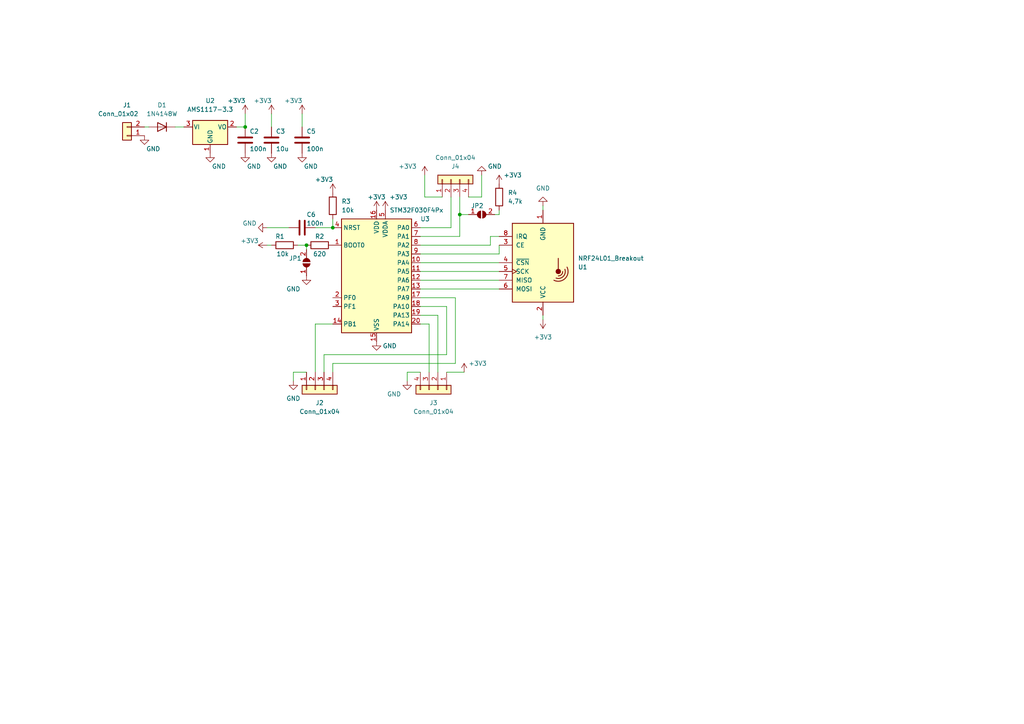
<source format=kicad_sch>
(kicad_sch (version 20211123) (generator eeschema)
  (paper "A4")
  (lib_symbols
    (symbol "Connector_Generic:Conn_01x02" (pin_names (offset 1.016) hide)
      (property "Reference" "J" (at 0 2.54 0))
      (property "Value" "Conn_01x02" (at 0 -5.08 0))
      (symbol "Conn_01x02_1_1"
        (rectangle (start -1.27 -2.413) (end 0 -2.667) (stroke (width 0.1524)))
        (rectangle (start -1.27 0.127) (end 0 -0.127) (stroke (width 0.1524)))
        (rectangle (start -1.27 1.27) (end 1.27 -3.81) (stroke (width 0.254)) (fill (type background)))
        (pin passive line (at -5.08 0 0) (length 3.81) (name "Pin_1") (number "1"))
        (pin passive line (at -5.08 -2.54 0) (length 3.81) (name "Pin_2") (number "2"))
      )
    )
    (symbol "Connector_Generic:Conn_01x04" (pin_names (offset 1.016) hide)
      (property "Reference" "J" (at 0 5.08 0))
      (property "Value" "Conn_01x04" (at 0 -7.62 0))
      (symbol "Conn_01x04_1_1"
        (rectangle (start -1.27 -4.953) (end 0 -5.207) (stroke (width 0.1524)))
        (rectangle (start -1.27 -2.413) (end 0 -2.667) (stroke (width 0.1524)))
        (rectangle (start -1.27 0.127) (end 0 -0.127) (stroke (width 0.1524)))
        (rectangle (start -1.27 2.667) (end 0 2.413) (stroke (width 0.1524)))
        (rectangle (start -1.27 3.81) (end 1.27 -6.35) (stroke (width 0.254)) (fill (type background)))
        (pin passive line (at -5.08 2.54 0) (length 3.81) (name "Pin_1") (number "1"))
        (pin passive line (at -5.08 0 0) (length 3.81) (name "Pin_2") (number "2"))
        (pin passive line (at -5.08 -2.54 0) (length 3.81) (name "Pin_3") (number "3"))
        (pin passive line (at -5.08 -5.08 0) (length 3.81) (name "Pin_4") (number "4"))
      )
    )
    (symbol "Device:C" (pin_numbers hide) (pin_names (offset 0.254))
      (property "Reference" "C" (at 0.635 2.54 0))
      (property "Value" "C" (at 0.635 -2.54 0))
      (symbol "C_0_1"
        (polyline (pts (xy -2.032 -0.762) (xy 2.032 -0.762)) (stroke (width 0.508)))
        (polyline (pts (xy -2.032 0.762) (xy 2.032 0.762)) (stroke (width 0.508)))
      )
      (symbol "C_1_1"
        (pin passive line (at 0 3.81 270) (length 2.794) (name "~") (number "1"))
        (pin passive line (at 0 -3.81 90) (length 2.794) (name "~") (number "2"))
      )
    )
    (symbol "Device:R" (pin_numbers hide) (pin_names (offset 0))
      (property "Reference" "R" (at 2.032 0 90))
      (property "Value" "R" (at 0 0 90))
      (symbol "R_0_1"
        (rectangle (start -1.016 -2.54) (end 1.016 2.54) (stroke (width 0.254)))
      )
      (symbol "R_1_1"
        (pin passive line (at 0 3.81 270) (length 1.27) (name "~") (number "1"))
        (pin passive line (at 0 -3.81 90) (length 1.27) (name "~") (number "2"))
      )
    )
    (symbol "Diode:1N4148W" (pin_numbers hide) (pin_names (offset 1.016) hide)
      (property "Reference" "D" (at 0 2.54 0))
      (property "Value" "1N4148W" (at 0 -2.54 0))
      (symbol "1N4148W_0_1"
        (polyline (pts (xy -1.27 1.27) (xy -1.27 -1.27)) (stroke (width 0.254)))
        (polyline (pts (xy 1.27 0) (xy -1.27 0)))
        (polyline (pts (xy 1.27 1.27) (xy 1.27 -1.27) (xy -1.27 0) (xy 1.27 1.27)) (stroke (width 0.254)))
      )
      (symbol "1N4148W_1_1"
        (pin passive line (at -3.81 0 0) (length 2.54) (name "K") (number "1"))
        (pin passive line (at 3.81 0 180) (length 2.54) (name "A") (number "2"))
      )
    )
    (symbol "Jumper:SolderJumper_2_Open" (pin_names (offset 0) hide)
      (property "Reference" "JP" (at 0 2.032 0))
      (property "Value" "SolderJumper_2_Open" (at 0 -2.54 0))
      (symbol "SolderJumper_2_Open_0_1"
        (arc (start -0.254 1.016) (mid -1.27 0) (end -0.254 -1.016))
        (arc (start -0.254 1.016) (mid -1.27 0) (end -0.254 -1.016) (fill (type outline)))
        (polyline (pts (xy -0.254 1.016) (xy -0.254 -1.016)))
        (polyline (pts (xy 0.254 1.016) (xy 0.254 -1.016)))
        (arc (start 0.254 -1.016) (mid 1.27 0) (end 0.254 1.016))
        (arc (start 0.254 -1.016) (mid 1.27 0) (end 0.254 1.016) (fill (type outline)))
      )
      (symbol "SolderJumper_2_Open_1_1"
        (pin passive line (at -3.81 0 0) (length 2.54) (name "A") (number "1"))
        (pin passive line (at 3.81 0 180) (length 2.54) (name "B") (number "2"))
      )
    )
    (symbol "MCU_ST_STM32F0:STM32F030F4Px"
      (property "Reference" "U" (at -10.16 16.51 0))
      (property "Value" "STM32F030F4Px" (at 5.08 16.51 0))
      (symbol "STM32F030F4Px_0_1"
        (rectangle (start -10.16 -17.78) (end 10.16 15.24) (stroke (width 0.254)) (fill (type background)))
      )
      (symbol "STM32F030F4Px_1_1"
        (pin input line (at -12.7 7.62 0) (length 2.54) (name "BOOT0") (number "1"))
        (pin bidirectional line (at 12.7 2.54 180) (length 2.54) (name "PA4") (number "10"))
        (pin bidirectional line (at 12.7 0 180) (length 2.54) (name "PA5") (number "11"))
        (pin bidirectional line (at 12.7 -2.54 180) (length 2.54) (name "PA6") (number "12"))
        (pin bidirectional line (at 12.7 -5.08 180) (length 2.54) (name "PA7") (number "13"))
        (pin bidirectional line (at -12.7 -15.24 0) (length 2.54) (name "PB1") (number "14"))
        (pin power_in line (at 0 -20.32 90) (length 2.54) (name "VSS") (number "15"))
        (pin power_in line (at 0 17.78 270) (length 2.54) (name "VDD") (number "16"))
        (pin bidirectional line (at 12.7 -7.62 180) (length 2.54) (name "PA9") (number "17"))
        (pin bidirectional line (at 12.7 -10.16 180) (length 2.54) (name "PA10") (number "18"))
        (pin bidirectional line (at 12.7 -12.7 180) (length 2.54) (name "PA13") (number "19"))
        (pin input line (at -12.7 -7.62 0) (length 2.54) (name "PF0") (number "2"))
        (pin bidirectional line (at 12.7 -15.24 180) (length 2.54) (name "PA14") (number "20"))
        (pin input line (at -12.7 -10.16 0) (length 2.54) (name "PF1") (number "3"))
        (pin input line (at -12.7 12.7 0) (length 2.54) (name "NRST") (number "4"))
        (pin power_in line (at 2.54 17.78 270) (length 2.54) (name "VDDA") (number "5"))
        (pin bidirectional line (at 12.7 12.7 180) (length 2.54) (name "PA0") (number "6"))
        (pin bidirectional line (at 12.7 10.16 180) (length 2.54) (name "PA1") (number "7"))
        (pin bidirectional line (at 12.7 7.62 180) (length 2.54) (name "PA2") (number "8"))
        (pin bidirectional line (at 12.7 5.08 180) (length 2.54) (name "PA3") (number "9"))
      )
    )
    (symbol "RF:NRF24L01_Breakout" (pin_names (offset 1.016))
      (property "Reference" "U" (at -8.89 12.7 0))
      (property "Value" "NRF24L01_Breakout" (at 3.81 12.7 0))
      (symbol "NRF24L01_Breakout_0_1"
        (rectangle (start -8.89 11.43) (end 8.89 -11.43) (stroke (width 0.254)) (fill (type background)))
        (polyline (pts (xy 4.445 1.905) (xy 4.445 -1.27)) (stroke (width 0.254)))
        (circle (center 4.445 2.54) (radius 0.635) (stroke (width 0.254)) (fill (type outline)))
        (arc (start 5.715 2.54) (mid 5.3559 3.4509) (end 4.445 3.81) (stroke (width 0.254)))
        (arc (start 6.35 1.905) (mid 5.8833 3.9783) (end 3.81 4.445) (stroke (width 0.254)))
        (arc (start 6.985 1.27) (mid 6.453 4.548) (end 3.175 5.08) (stroke (width 0.254)))
      )
      (symbol "NRF24L01_Breakout_1_1"
        (pin power_in line (at 0 -15.24 90) (length 3.81) (name "GND") (number "1"))
        (pin power_in line (at 0 15.24 270) (length 3.81) (name "VCC") (number "2"))
        (pin input line (at -12.7 -5.08 0) (length 3.81) (name "CE") (number "3"))
        (pin input line (at -12.7 0 0) (length 3.81) (name "~{CSN}") (number "4"))
        (pin input clock (at -12.7 2.54 0) (length 3.81) (name "SCK") (number "5"))
        (pin input line (at -12.7 7.62 0) (length 3.81) (name "MOSI") (number "6"))
        (pin output line (at -12.7 5.08 0) (length 3.81) (name "MISO") (number "7"))
        (pin output line (at -12.7 -7.62 0) (length 3.81) (name "IRQ") (number "8"))
      )
    )
    (symbol "Regulator_Linear:AMS1117-3.3" (pin_names (offset 0.254))
      (property "Reference" "U" (at -3.81 3.175 0))
      (property "Value" "AMS1117-3.3" (at 0 3.175 0))
      (symbol "AMS1117-3.3_0_1"
        (rectangle (start -5.08 -5.08) (end 5.08 1.905) (stroke (width 0.254)) (fill (type background)))
      )
      (symbol "AMS1117-3.3_1_1"
        (pin power_in line (at 0 -7.62 90) (length 2.54) (name "GND") (number "1"))
        (pin power_out line (at 7.62 0 180) (length 2.54) (name "VO") (number "2"))
        (pin power_in line (at -7.62 0 0) (length 2.54) (name "VI") (number "3"))
      )
    )
    (symbol "power:+3.3V" (power) (pin_names (offset 0))
      (property "Value" "+3.3V" (at 0 3.556 0))
      (symbol "+3.3V_0_1"
        (polyline (pts (xy -0.762 1.27) (xy 0 2.54)))
        (polyline (pts (xy 0 0) (xy 0 2.54)))
        (polyline (pts (xy 0 2.54) (xy 0.762 1.27)))
      )
      (symbol "+3.3V_1_1"
        (pin power_in line (at 0 0 90) (length 0) hide (name "+3V3") (number "1"))
      )
    )
    (symbol "power:GND" (power) (pin_names (offset 0))
      (property "Value" "GND" (at 0 -3.81 0))
      (symbol "GND_0_1"
        (polyline (pts (xy 0 0) (xy 0 -1.27) (xy 1.27 -1.27) (xy 0 -2.54) (xy -1.27 -1.27) (xy 0 -1.27)))
      )
      (symbol "GND_1_1"
        (pin power_in line (at 0 0 270) (length 0) hide (name "GND") (number "1"))
      )
    )
  )
  (junction (at 71.12 36.83))
  (junction (at 96.52 66.04))
  (junction (at 133.35 62.23))
  (junction (at 88.9 71.12))
  (wire (pts (xy 96.52 105.41) (xy 96.52 107.95)))
  (wire (pts (xy 68.58 36.83) (xy 71.12 36.83)))
  (wire (pts (xy 144.78 62.23) (xy 144.78 60.96)))
  (wire (pts (xy 96.52 93.98) (xy 91.44 93.98)))
  (wire (pts (xy 123.19 57.15) (xy 128.27 57.15)))
  (wire (pts (xy 85.09 107.95) (xy 88.9 107.95)))
  (wire (pts (xy 142.24 68.58) (xy 144.78 68.58)))
  (wire (pts (xy 127 91.44) (xy 127 107.95)))
  (wire (pts (xy 118.11 110.49) (xy 118.11 107.95)))
  (wire (pts (xy 118.11 107.95) (xy 121.92 107.95)))
  (wire (pts (xy 121.92 83.82) (xy 144.78 83.82)))
  (wire (pts (xy 157.48 60.96) (xy 157.48 59.69)))
  (wire (pts (xy 129.54 88.9) (xy 129.54 102.87)))
  (wire (pts (xy 121.92 66.04) (xy 130.81 66.04)))
  (wire (pts (xy 43.18 36.83) (xy 41.91 36.83)))
  (wire (pts (xy 121.92 76.2) (xy 144.78 76.2)))
  (wire (pts (xy 86.36 71.12) (xy 88.9 71.12)))
  (wire (pts (xy 121.92 78.74) (xy 144.78 78.74)))
  (wire (pts (xy 121.92 88.9) (xy 129.54 88.9)))
  (wire (pts (xy 121.92 73.66) (xy 144.78 73.66)))
  (wire (pts (xy 93.98 102.87) (xy 93.98 107.95)))
  (wire (pts (xy 132.08 105.41) (xy 96.52 105.41)))
  (wire (pts (xy 87.63 36.83) (xy 87.63 33.02)))
  (wire (pts (xy 96.52 63.5) (xy 96.52 66.04)))
  (wire (pts (xy 121.92 81.28) (xy 144.78 81.28)))
  (wire (pts (xy 77.47 66.04) (xy 83.82 66.04)))
  (wire (pts (xy 139.7 50.8) (xy 139.7 57.15)))
  (wire (pts (xy 124.46 93.98) (xy 124.46 107.95)))
  (wire (pts (xy 130.81 57.15) (xy 130.81 66.04)))
  (wire (pts (xy 133.35 62.23) (xy 135.89 62.23)))
  (wire (pts (xy 133.35 62.23) (xy 133.35 57.15)))
  (wire (pts (xy 124.46 93.98) (xy 121.92 93.98)))
  (wire (pts (xy 121.92 68.58) (xy 133.35 68.58)))
  (wire (pts (xy 129.54 102.87) (xy 93.98 102.87)))
  (wire (pts (xy 50.8 36.83) (xy 53.34 36.83)))
  (wire (pts (xy 157.48 91.44) (xy 157.48 92.71)))
  (wire (pts (xy 85.09 110.49) (xy 85.09 107.95)))
  (wire (pts (xy 144.78 73.66) (xy 144.78 71.12)))
  (wire (pts (xy 142.24 71.12) (xy 142.24 68.58)))
  (wire (pts (xy 121.92 71.12) (xy 142.24 71.12)))
  (wire (pts (xy 91.44 66.04) (xy 96.52 66.04)))
  (wire (pts (xy 143.51 62.23) (xy 144.78 62.23)))
  (wire (pts (xy 127 91.44) (xy 121.92 91.44)))
  (wire (pts (xy 78.74 71.12) (xy 77.47 71.12)))
  (wire (pts (xy 71.12 36.83) (xy 71.12 33.02)))
  (wire (pts (xy 88.9 72.39) (xy 88.9 71.12)))
  (wire (pts (xy 134.62 107.95) (xy 129.54 107.95)))
  (wire (pts (xy 133.35 68.58) (xy 133.35 62.23)))
  (wire (pts (xy 132.08 86.36) (xy 132.08 105.41)))
  (wire (pts (xy 121.92 86.36) (xy 132.08 86.36)))
  (wire (pts (xy 78.74 36.83) (xy 78.74 33.02)))
  (wire (pts (xy 139.7 57.15) (xy 135.89 57.15)))
  (wire (pts (xy 123.19 57.15) (xy 123.19 50.8)))
  (wire (pts (xy 91.44 93.98) (xy 91.44 107.95)))
  (symbol (lib_id "power:GND") (at 118.11 110.49 0) (unit 1)
    (property "Reference" "#PWR019" (effects hide))
    (property "Value" "GND" (at 114.3 114.3 0))
  )
  (symbol (lib_id "power:+3.3V") (at 96.52 55.88 0) (unit 1)
    (property "Reference" "#PWR015" (effects hide))
    (property "Value" "+3.3V" (at 93.98 52.07 0))
  )
  (symbol (lib_id "power:+3.3V") (at 111.76 60.96 0) (unit 1)
    (property "Reference" "#PWR018" (effects hide))
    (property "Value" "+3.3V" (at 115.57 57.15 0))
  )
  (symbol (lib_id "Device:C") (at 87.63 40.64 0) (unit 1)
    (property "Reference" "C5" (at 88.9 38.1 0) (effects (justify left)))
    (property "Value" "100n" (at 88.9 43.18 0) (effects (justify left)))
    (property "Footprint" "Capacitor_SMD:C_0805_2012Metric" (effects hide))
  )
  (symbol (lib_id "RF:NRF24L01_Breakout") (at 157.48 76.2 0) (mirror x) (unit 1)
    (property "Reference" "U1" (at 167.64 77.4701 0) (effects (justify left)))
    (property "Value" "NRF24L01_Breakout" (at 167.64 74.9301 0) (effects (justify left)))
    (property "Footprint" "RF_Module:nRF24L01_Breakout" (effects hide))
    (property "Datasheet" "http://www.nordicsemi.com/eng/content/download/2730/34105/file/nRF24L01_Product_Specification_v2_0.pdf" (effects hide))
  )
  (symbol (lib_id "power:+3.3V") (at 157.48 92.71 0) (mirror x) (unit 1)
    (property "Reference" "#PWR025" (effects hide))
    (property "Value" "+3.3V" (at 157.48 97.79 0))
  )
  (symbol (lib_id "power:+3.3V") (at 109.22 60.96 0) (unit 1)
    (property "Reference" "#PWR016" (effects hide))
    (property "Value" "+3.3V" (at 109.22 57.15 0))
  )
  (symbol (lib_id "power:GND") (at 77.47 66.04 270) (unit 1)
    (property "Reference" "#PWR06" (effects hide))
    (property "Value" "GND" (at 72.39 64.77 90))
  )
  (symbol (lib_id "power:+3.3V") (at 134.62 107.95 0) (mirror y) (unit 1)
    (property "Reference" "#PWR021" (effects hide))
    (property "Value" "+3.3V" (at 135.89 105.41 0) (effects (justify right)))
  )
  (symbol (lib_id "Jumper:SolderJumper_2_Open") (at 139.7 62.23 0) (unit 1)
    (property "Reference" "JP2" (at 138.43 59.69 0))
    (property "Value" "SolderJumper_2_Open" (effects hide))
    (property "Footprint" "Jumper:SolderJumper-2_P1.3mm_Open_TrianglePad1.0x1.5mm" (effects hide))
  )
  (symbol (lib_id "MCU_ST_STM32F0:STM32F030F4Px") (at 109.22 78.74 0) (unit 1)
    (property "Reference" "U3" (at 121.92 63.5 0) (effects (justify left)))
    (property "Value" "STM32F030F4Px" (at 113.03 60.96 0) (effects (justify left)))
    (property "Footprint" "Package_SO:TSSOP-20_4.4x6.5mm_P0.65mm" (effects hide))
    (property "Datasheet" "http://www.st.com/st-web-ui/static/active/en/resource/technical/document/datasheet/DM00088500.pdf" (effects hide))
  )
  (symbol (lib_id "power:GND") (at 88.9 80.01 0) (unit 1)
    (property "Reference" "#PWR014" (effects hide))
    (property "Value" "GND" (at 85.09 83.82 0))
  )
  (symbol (lib_id "power:GND") (at 78.74 44.45 0) (unit 1)
    (property "Reference" "#PWR09" (effects hide))
    (property "Value" "GND" (at 81.28 48.26 0))
  )
  (symbol (lib_id "power:GND") (at 87.63 44.45 0) (unit 1)
    (property "Reference" "#PWR013" (effects hide))
    (property "Value" "GND" (at 90.17 48.26 0))
  )
  (symbol (lib_id "power:+3.3V") (at 144.78 53.34 0) (mirror y) (unit 1)
    (property "Reference" "#PWR023" (effects hide))
    (property "Value" "+3.3V" (at 146.05 50.8 0) (effects (justify right)))
  )
  (symbol (lib_id "power:GND") (at 60.96 44.45 0) (unit 1)
    (property "Reference" "#PWR02" (effects hide))
    (property "Value" "GND" (at 63.5 48.26 0))
  )
  (symbol (lib_id "Device:R") (at 92.71 71.12 90) (unit 1)
    (property "Reference" "R2" (at 92.71 68.58 90))
    (property "Value" "620" (at 92.71 73.66 90))
    (property "Footprint" "Resistor_SMD:R_0603_1608Metric" (effects hide))
  )
  (symbol (lib_id "Connector_Generic:Conn_01x04") (at 91.44 113.03 90) (mirror x) (unit 1)
    (property "Reference" "J2" (at 92.71 116.84 90))
    (property "Value" "Conn_01x04" (at 92.71 119.38 90))
    (property "Footprint" "Connector_PinHeader_2.54mm:PinHeader_1x04_P2.54mm_Vertical" (effects hide))
  )
  (symbol (lib_id "power:+3.3V") (at 78.74 33.02 0) (unit 1)
    (property "Reference" "#PWR08" (effects hide))
    (property "Value" "+3.3V" (at 76.2 29.21 0))
  )
  (symbol (lib_id "Device:R") (at 144.78 57.15 0) (unit 1)
    (property "Reference" "R4" (at 147.32 55.8799 0) (effects (justify left)))
    (property "Value" "4,7k" (at 147.32 58.4199 0) (effects (justify left)))
    (property "Footprint" "Resistor_SMD:R_0805_2012Metric" (effects hide))
  )
  (symbol (lib_id "power:+3.3V") (at 87.63 33.02 0) (unit 1)
    (property "Reference" "#PWR012" (effects hide))
    (property "Value" "+3.3V" (at 85.09 29.21 0))
  )
  (symbol (lib_id "power:GND") (at 109.22 99.06 0) (unit 1)
    (property "Reference" "#PWR017" (effects hide))
    (property "Value" "GND" (at 113.03 100.33 0))
  )
  (symbol (lib_id "power:GND") (at 139.7 50.8 180) (unit 1)
    (property "Reference" "#PWR022" (effects hide))
    (property "Value" "GND" (at 143.51 48.26 0))
  )
  (symbol (lib_id "Device:C") (at 87.63 66.04 270) (unit 1)
    (property "Reference" "C6" (at 88.9 62.23 90) (effects (justify left)))
    (property "Value" "100n" (at 88.9 64.77 90) (effects (justify left)))
    (property "Footprint" "Capacitor_SMD:C_0805_2012Metric" (effects hide))
  )
  (symbol (lib_id "Connector_Generic:Conn_01x04") (at 130.81 52.07 90) (unit 1)
    (property "Reference" "J4" (at 132.08 48.26 90))
    (property "Value" "Conn_01x04" (at 132.08 45.72 90))
    (property "Footprint" "Connector_PinHeader_2.54mm:PinHeader_1x04_P2.54mm_Vertical" (effects hide))
  )
  (symbol (lib_id "power:GND") (at 41.91 39.37 0) (unit 1)
    (property "Reference" "#PWR01" (effects hide))
    (property "Value" "GND" (at 44.45 43.18 0))
  )
  (symbol (lib_id "Device:C") (at 78.74 40.64 0) (unit 1)
    (property "Reference" "C3" (at 80.01 38.1 0) (effects (justify left)))
    (property "Value" "10u" (at 80.01 43.18 0) (effects (justify left)))
    (property "Footprint" "Capacitor_SMD:C_0805_2012Metric" (effects hide))
  )
  (symbol (lib_id "Regulator_Linear:AMS1117-3.3") (at 60.96 36.83 0) (unit 1)
    (property "Reference" "U2" (at 60.96 29.21 0))
    (property "Value" "AMS1117-3.3" (at 60.96 31.75 0))
    (property "Footprint" "Package_TO_SOT_SMD:SOT-223-3_TabPin2" (effects hide))
    (property "Datasheet" "http://www.advanced-monolithic.com/pdf/ds1117.pdf" (effects hide))
  )
  (symbol (lib_id "power:GND") (at 71.12 44.45 0) (unit 1)
    (property "Reference" "#PWR05" (effects hide))
    (property "Value" "GND" (at 73.66 48.26 0))
  )
  (symbol (lib_id "Device:R") (at 82.55 71.12 90) (unit 1)
    (property "Reference" "R1" (at 82.55 68.58 90) (effects (justify left)))
    (property "Value" "10k" (at 83.82 73.66 90) (effects (justify left)))
    (property "Footprint" "Resistor_SMD:R_0805_2012Metric" (effects hide))
  )
  (symbol (lib_id "Jumper:SolderJumper_2_Open") (at 88.9 76.2 90) (unit 1)
    (property "Reference" "JP1" (at 83.82 74.93 90) (effects (justify right)))
    (property "Value" "SolderJumper_2_Open" (effects hide))
    (property "Footprint" "Jumper:SolderJumper-2_P1.3mm_Open_TrianglePad1.0x1.5mm" (effects hide))
  )
  (symbol (lib_id "Device:C") (at 71.12 40.64 0) (unit 1)
    (property "Reference" "C2" (at 72.39 38.1 0) (effects (justify left)))
    (property "Value" "100n" (at 72.39 43.18 0) (effects (justify left)))
    (property "Footprint" "Capacitor_SMD:C_0805_2012Metric" (effects hide))
  )
  (symbol (lib_id "Diode:1N4148W") (at 46.99 36.83 180) (unit 1)
    (property "Reference" "D1" (at 46.99 30.48 0))
    (property "Value" "1N4148W" (at 46.99 33.02 0))
    (property "Footprint" "Diode_SMD:D_SOD-123" (effects hide))
    (property "Datasheet" "https://www.vishay.com/docs/85748/1n4148w.pdf" (effects hide))
  )
  (symbol (lib_id "Device:R") (at 96.52 59.69 0) (unit 1)
    (property "Reference" "R3" (at 99.06 58.4199 0) (effects (justify left)))
    (property "Value" "10k" (at 99.06 60.9599 0) (effects (justify left)))
    (property "Footprint" "Resistor_SMD:R_0805_2012Metric" (effects hide))
  )
  (symbol (lib_id "Connector_Generic:Conn_01x02") (at 36.83 39.37 180) (unit 1)
    (property "Reference" "J1" (at 36.83 30.48 0))
    (property "Value" "Conn_01x02" (at 34.29 33.02 0))
    (property "Footprint" "Connector_PinHeader_2.54mm:PinHeader_1x02_P2.54mm_Vertical" (effects hide))
  )
  (symbol (lib_id "power:+3.3V") (at 71.12 33.02 0) (unit 1)
    (property "Reference" "#PWR04" (effects hide))
    (property "Value" "+3.3V" (at 68.58 29.21 0))
  )
  (symbol (lib_id "power:+3.3V") (at 77.47 71.12 90) (unit 1)
    (property "Reference" "#PWR07" (effects hide))
    (property "Value" "+3.3V" (at 72.39 69.85 90))
  )
  (symbol (lib_id "power:GND") (at 85.09 110.49 0) (unit 1)
    (property "Reference" "#PWR011" (effects hide))
    (property "Value" "GND" (at 85.09 115.57 0))
  )
  (symbol (lib_id "power:GND") (at 157.48 59.69 0) (mirror x) (unit 1)
    (property "Reference" "#PWR024" (effects hide))
    (property "Value" "GND" (at 157.48 54.61 0))
  )
  (symbol (lib_id "power:+3.3V") (at 123.19 50.8 0) (mirror y) (unit 1)
    (property "Reference" "#PWR020" (effects hide))
    (property "Value" "+3.3V" (at 115.57 48.26 0) (effects (justify right)))
  )
  (symbol (lib_id "Connector_Generic:Conn_01x04") (at 127 113.03 270) (unit 1)
    (property "Reference" "J3" (at 125.73 116.84 90))
    (property "Value" "Conn_01x04" (at 125.73 119.38 90))
    (property "Footprint" "Connector_PinHeader_2.54mm:PinHeader_1x04_P2.54mm_Vertical" (effects hide))
  )
)
</source>
